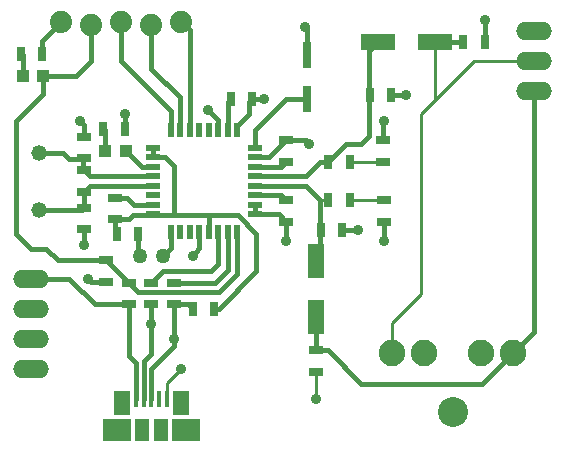
<source format=gtl>
G04 #@! TF.FileFunction,Copper,L1,Top,Signal*
%FSLAX46Y46*%
G04 Gerber Fmt 4.6, Leading zero omitted, Abs format (unit mm)*
G04 Created by KiCad (PCBNEW 4.0.5) date Saturday, 25 March 2017 'PMt' 19:04:54*
%MOMM*%
%LPD*%
G01*
G04 APERTURE LIST*
%ADD10C,0.100000*%
%ADD11C,1.270000*%
%ADD12R,0.797560X1.198880*%
%ADD13R,0.647700X2.199640*%
%ADD14R,1.198880X0.797560*%
%ADD15R,1.399540X2.999740*%
%ADD16R,2.999740X1.399540*%
%ADD17R,0.449580X1.379220*%
%ADD18R,1.473200X2.098040*%
%ADD19R,2.374900X1.899920*%
%ADD20R,1.173480X1.899920*%
%ADD21C,1.879600*%
%ADD22R,0.998220X0.998220*%
%ADD23C,1.320800*%
%ADD24O,3.048000X1.524000*%
%ADD25R,0.558800X1.270000*%
%ADD26R,1.270000X0.558800*%
%ADD27C,2.540000*%
%ADD28C,2.247900*%
%ADD29C,0.904800*%
%ADD30C,0.889000*%
%ADD31C,0.406400*%
%ADD32C,0.254000*%
G04 APERTURE END LIST*
D10*
D11*
X162288220Y-78105000D03*
X160291780Y-78105000D03*
D12*
X169809160Y-64770000D03*
X168010840Y-64770000D03*
D13*
X174426880Y-64764920D03*
X174426880Y-61066680D03*
D14*
X172720000Y-68315840D03*
X172720000Y-70114160D03*
X155575000Y-69796660D03*
X155575000Y-67998340D03*
X155575000Y-74030840D03*
X155575000Y-75829160D03*
D12*
X176265840Y-73342500D03*
X178064160Y-73342500D03*
D14*
X172720000Y-73395840D03*
X172720000Y-75194160D03*
D12*
X176265840Y-70167500D03*
X178064160Y-70167500D03*
X158358840Y-76200000D03*
X160157160Y-76200000D03*
D15*
X175260000Y-78501240D03*
X175260000Y-83296760D03*
D16*
X180482240Y-59944000D03*
X185277760Y-59944000D03*
D14*
X157480000Y-78475840D03*
X157480000Y-80274160D03*
D17*
X159992060Y-90170000D03*
X160642300Y-90170000D03*
X161290000Y-90170000D03*
X161937700Y-90170000D03*
X162587940Y-90170000D03*
D18*
X158828740Y-90528140D03*
X163751260Y-90528140D03*
D19*
X158379160Y-92829380D03*
D20*
X160472120Y-92829380D03*
X162138360Y-92829380D03*
D19*
X164200840Y-92829380D03*
D21*
X153670000Y-58293000D03*
X156210000Y-58547000D03*
X158750000Y-58293000D03*
X161290000Y-58547000D03*
X163830000Y-58293000D03*
D14*
X159385000Y-80380840D03*
X159385000Y-82179160D03*
D22*
X152133300Y-62865000D03*
X150380700Y-62865000D03*
X159118300Y-69215000D03*
X157365700Y-69215000D03*
D23*
X151765000Y-69342000D03*
X151765000Y-74168000D03*
D14*
X155575000Y-70855840D03*
X155575000Y-72654160D03*
X180975000Y-75194160D03*
X180975000Y-73395840D03*
X158242000Y-75003660D03*
X158242000Y-73205340D03*
X180911500Y-68315840D03*
X180911500Y-70114160D03*
D12*
X177429160Y-75882500D03*
X175630840Y-75882500D03*
X181556660Y-64452500D03*
X179758340Y-64452500D03*
D14*
X161290000Y-80380840D03*
X161290000Y-82179160D03*
X175260000Y-87894160D03*
X175260000Y-86095840D03*
X163195000Y-80380840D03*
X163195000Y-82179160D03*
D12*
X189494160Y-60007500D03*
X187695840Y-60007500D03*
X164772340Y-82550000D03*
X166570660Y-82550000D03*
X152029160Y-60960000D03*
X150230840Y-60960000D03*
X159014160Y-67310000D03*
X157215840Y-67310000D03*
D24*
X151130000Y-80010000D03*
X151130000Y-82550000D03*
X151130000Y-85090000D03*
X151130000Y-87630000D03*
D25*
X168534080Y-67462400D03*
X167733980Y-67462400D03*
X166933880Y-67462400D03*
X166133780Y-67462400D03*
X165336220Y-67462400D03*
X164536120Y-67462400D03*
X163736020Y-67462400D03*
X162935920Y-67462400D03*
D26*
X161442400Y-68955920D03*
X161442400Y-69756020D03*
X161442400Y-70556120D03*
X161442400Y-71356220D03*
X161442400Y-72153780D03*
X161442400Y-72953880D03*
X161442400Y-73753980D03*
X161442400Y-74554080D03*
D25*
X162935920Y-76045060D03*
X163736020Y-76045060D03*
X164536120Y-76045060D03*
X165336220Y-76045060D03*
X166133780Y-76045060D03*
X166933880Y-76045060D03*
X167733980Y-76045060D03*
X168534080Y-76045060D03*
D26*
X170025060Y-74554080D03*
X170025060Y-73753980D03*
X170025060Y-72953880D03*
X170025060Y-72153780D03*
X170025060Y-71356220D03*
X170025060Y-70556120D03*
X170025060Y-69756020D03*
X170025060Y-68955920D03*
D24*
X193675000Y-59055000D03*
X193675000Y-61595000D03*
X193675000Y-64135000D03*
D27*
X186789060Y-91282520D03*
D28*
X181691280Y-86281260D03*
X184391300Y-86281260D03*
X189189360Y-86281260D03*
X191889380Y-86281260D03*
D29*
X163195000Y-85090000D03*
D30*
X175260000Y-90170000D03*
D29*
X172720000Y-76835000D03*
X174625000Y-68580000D03*
X180975000Y-66675000D03*
X180975000Y-76835000D03*
X178752500Y-75882500D03*
X182880000Y-64452500D03*
X189547500Y-58102500D03*
D30*
X163830000Y-87630000D03*
D29*
X164782500Y-78105000D03*
X166052500Y-65722500D03*
X170815000Y-64770000D03*
X159067500Y-66040000D03*
X155892500Y-80010000D03*
X155575000Y-77152500D03*
X155257500Y-66675000D03*
X174307500Y-58737500D03*
X161290000Y-83820000D03*
D31*
X161442400Y-70555000D02*
X160459000Y-70555000D01*
X160459000Y-70555000D02*
X159119000Y-69215000D01*
X163195000Y-82180000D02*
X164401500Y-82180000D01*
X164401500Y-82180000D02*
X164771500Y-82550000D01*
X161290000Y-90170000D02*
X161290000Y-87630000D01*
X161290000Y-87630000D02*
X163195000Y-85725000D01*
X163195000Y-85725000D02*
X163195000Y-85090000D01*
X163195000Y-85090000D02*
X163195000Y-82180000D01*
X164535000Y-67462400D02*
X164535000Y-58998000D01*
X164535000Y-58998000D02*
X163830000Y-58293000D01*
X166935000Y-76047600D02*
X166935000Y-78810000D01*
X166935000Y-78810000D02*
X166370000Y-79375000D01*
X166370000Y-79375000D02*
X162295000Y-79375000D01*
X162295000Y-79375000D02*
X161290000Y-80380000D01*
X170027600Y-70555000D02*
X172280000Y-70555000D01*
X172280000Y-70555000D02*
X172720000Y-70115000D01*
X150380000Y-62865000D02*
X150380000Y-61110000D01*
X150380000Y-61110000D02*
X150230000Y-60960000D01*
X161442400Y-73755000D02*
X159797500Y-73755000D01*
X159797500Y-73755000D02*
X159247000Y-73204500D01*
X158242000Y-73204500D02*
X159247000Y-73204500D01*
X170027600Y-72955000D02*
X172280000Y-72955000D01*
X172280000Y-72955000D02*
X172720000Y-73395000D01*
D32*
X180911500Y-70114160D02*
X178117500Y-70114160D01*
X178117500Y-70114160D02*
X178064160Y-70167500D01*
D31*
X180859000Y-70167500D02*
X180911500Y-70115000D01*
D32*
X178064160Y-73342500D02*
X180921660Y-73342500D01*
X180921660Y-73342500D02*
X180975000Y-73395840D01*
D31*
X180922500Y-73342500D02*
X180975000Y-73395000D01*
X167735000Y-67462400D02*
X167735000Y-65045000D01*
X167735000Y-65045000D02*
X168010000Y-64770000D01*
X170027600Y-71355000D02*
X174377500Y-71355000D01*
X174377500Y-71355000D02*
X175565000Y-70167500D01*
X175565000Y-70167500D02*
X176212500Y-70167500D01*
X176212500Y-70167500D02*
X177800000Y-68580000D01*
X177800000Y-68580000D02*
X179070000Y-68580000D01*
X179070000Y-68580000D02*
X179705000Y-67945000D01*
X179705000Y-67945000D02*
X179705000Y-64135000D01*
X179757500Y-64452500D02*
X179757500Y-64187500D01*
X179757500Y-64187500D02*
X179705000Y-64135000D01*
X179705000Y-64135000D02*
X179705000Y-60719000D01*
X179705000Y-60719000D02*
X180480000Y-59944000D01*
X157365000Y-69215000D02*
X157365000Y-67460000D01*
X157365000Y-67460000D02*
X157215000Y-67310000D01*
D32*
X175565000Y-73342500D02*
X176265840Y-73342500D01*
D31*
X170027600Y-72155000D02*
X174377500Y-72155000D01*
X174377500Y-72155000D02*
X175565000Y-73342500D01*
X175565000Y-73342500D02*
X175565000Y-76200000D01*
X175565000Y-76200000D02*
X175565000Y-78194000D01*
X175565000Y-78194000D02*
X175260000Y-78499000D01*
X175630000Y-75882500D02*
X175630000Y-76135000D01*
X175630000Y-76135000D02*
X175565000Y-76200000D01*
X163735000Y-67462400D02*
X163735000Y-64675000D01*
X163735000Y-64675000D02*
X161290000Y-62230000D01*
X161290000Y-62230000D02*
X161290000Y-58547000D01*
X170027600Y-68955000D02*
X170027600Y-67462400D01*
X170027600Y-67462400D02*
X172720000Y-64770000D01*
X172720000Y-64770000D02*
X174420000Y-64770000D01*
X174420000Y-64770000D02*
X174425000Y-64765000D01*
X162935000Y-67462400D02*
X162935000Y-65780000D01*
X162935000Y-65780000D02*
X158750000Y-61595000D01*
X158750000Y-61595000D02*
X158750000Y-58293000D01*
X162935000Y-76047600D02*
X162935000Y-77460000D01*
X162935000Y-77460000D02*
X162290000Y-78105000D01*
X151765000Y-69342000D02*
X153797000Y-69342000D01*
X153797000Y-69342000D02*
X154305000Y-69850000D01*
X154305000Y-69850000D02*
X155522500Y-69850000D01*
X155522500Y-69850000D02*
X155575000Y-69797500D01*
X161442400Y-71355000D02*
X156075000Y-71355000D01*
X156075000Y-71355000D02*
X155575000Y-70855000D01*
X155522500Y-69850000D02*
X155522500Y-70802500D01*
X155522500Y-70802500D02*
X155575000Y-70855000D01*
X161442400Y-72155000D02*
X156075000Y-72155000D01*
X156075000Y-72155000D02*
X155575000Y-72655000D01*
X155575000Y-72655000D02*
X155575000Y-74030000D01*
X151765000Y-74168000D02*
X155437000Y-74168000D01*
X155437000Y-74168000D02*
X155575000Y-74030000D01*
X163195000Y-80380000D02*
X166635000Y-80380000D01*
X166635000Y-80380000D02*
X167735000Y-79280000D01*
X167735000Y-76047600D02*
X167735000Y-79280000D01*
X159385000Y-82180000D02*
X159385000Y-86563000D01*
X159385000Y-82180000D02*
X156475000Y-82180000D01*
X156475000Y-82180000D02*
X154305000Y-80010000D01*
X154305000Y-80010000D02*
X151130000Y-80010000D01*
X159990000Y-90170000D02*
X159990000Y-87168000D01*
X159990000Y-87168000D02*
X159385000Y-86563000D01*
X159385000Y-80380000D02*
X157480000Y-78475000D01*
X152134000Y-62865000D02*
X154940000Y-62865000D01*
X154940000Y-62865000D02*
X156210000Y-61595000D01*
X156210000Y-61595000D02*
X156210000Y-58547000D01*
X168535000Y-76047600D02*
X168535000Y-79635000D01*
X157480000Y-78475000D02*
X153405000Y-78475000D01*
X153405000Y-78475000D02*
X152400000Y-77470000D01*
X152400000Y-77470000D02*
X151130000Y-77470000D01*
X151130000Y-77470000D02*
X149860000Y-76200000D01*
X149860000Y-76200000D02*
X149860000Y-66675000D01*
X149860000Y-66675000D02*
X152134000Y-64401000D01*
X152134000Y-62865000D02*
X152134000Y-64401000D01*
X167005000Y-81165000D02*
X168535000Y-79635000D01*
X167005000Y-81165000D02*
X160170000Y-81165000D01*
X160170000Y-81165000D02*
X159385000Y-80380000D01*
D32*
X175260000Y-90170000D02*
X175260000Y-87894160D01*
D31*
X172720000Y-75195000D02*
X172720000Y-76835000D01*
X172720000Y-68315000D02*
X174360000Y-68315000D01*
X170027600Y-69755000D02*
X171280000Y-69755000D01*
X171280000Y-69755000D02*
X172720000Y-68315000D01*
X170027600Y-73755000D02*
X170027600Y-74555000D01*
X170027600Y-74555000D02*
X172080000Y-74555000D01*
X172080000Y-74555000D02*
X172720000Y-75195000D01*
X174360000Y-68315000D02*
X174625000Y-68580000D01*
X177430000Y-75882500D02*
X178752500Y-75882500D01*
X180975000Y-75195000D02*
X180975000Y-76835000D01*
X180911500Y-68315000D02*
X180911500Y-66738500D01*
X180911500Y-66738500D02*
X180975000Y-66675000D01*
X181557500Y-64452500D02*
X182880000Y-64452500D01*
X189495000Y-60007500D02*
X189495000Y-58155000D01*
X189495000Y-58155000D02*
X189547500Y-58102500D01*
D32*
X162590000Y-90170000D02*
X162590000Y-88870000D01*
X162590000Y-88870000D02*
X163830000Y-87630000D01*
D31*
X166935000Y-67462400D02*
X166935000Y-66605000D01*
X166935000Y-66605000D02*
X166052500Y-65722500D01*
X168535000Y-67462400D02*
X168535000Y-67050000D01*
X168535000Y-67050000D02*
X169545000Y-66040000D01*
X169545000Y-66040000D02*
X169545000Y-65035000D01*
X169545000Y-65035000D02*
X169810000Y-64770000D01*
X170815000Y-64770000D02*
X169810000Y-64770000D01*
X165335000Y-76047600D02*
X165335000Y-77387500D01*
X165335000Y-77387500D02*
X164782500Y-78105000D01*
X159015000Y-67310000D02*
X159015000Y-66092500D01*
X159015000Y-66092500D02*
X159067500Y-66040000D01*
X155575000Y-67997500D02*
X155575000Y-66992500D01*
X155575000Y-66992500D02*
X155257500Y-66675000D01*
X155575000Y-75830000D02*
X155575000Y-77152500D01*
X174425000Y-61065000D02*
X174425000Y-58855000D01*
X174425000Y-58855000D02*
X174307500Y-58737500D01*
X152030000Y-60960000D02*
X152030000Y-59933000D01*
X152030000Y-59933000D02*
X153670000Y-58293000D01*
X157480000Y-80275000D02*
X156157500Y-80275000D01*
X156157500Y-80275000D02*
X155892500Y-80010000D01*
X160158000Y-76200000D02*
X160158000Y-77973000D01*
X160158000Y-77973000D02*
X160290000Y-78105000D01*
X175260000Y-83299000D02*
X175260000Y-86095000D01*
X175260000Y-86095000D02*
X176265000Y-86095000D01*
X176265000Y-86095000D02*
X179070000Y-88900000D01*
X179070000Y-88900000D02*
X189270000Y-88900000D01*
X193675000Y-84495000D02*
X191890000Y-86280000D01*
X189270000Y-88900000D02*
X191890000Y-86280000D01*
X193675000Y-64135000D02*
X193675000Y-84495000D01*
X187631500Y-59944000D02*
X187695000Y-60007500D01*
D32*
X185280000Y-59944000D02*
X185280000Y-64910000D01*
X185280000Y-64910000D02*
X185420000Y-64770000D01*
D31*
X185280000Y-59944000D02*
X187631500Y-59944000D01*
D32*
X193675000Y-61595000D02*
X188595000Y-61595000D01*
X188595000Y-61595000D02*
X185420000Y-64770000D01*
X181690000Y-83740000D02*
X181690000Y-86280000D01*
X185420000Y-64770000D02*
X184150000Y-66040000D01*
X184150000Y-66040000D02*
X184150000Y-81280000D01*
X184150000Y-81280000D02*
X181690000Y-83740000D01*
D31*
X161442400Y-68955000D02*
X161442400Y-69755000D01*
X166135000Y-76047600D02*
X166135000Y-74695000D01*
X166135000Y-74695000D02*
X166052500Y-74612500D01*
X166052500Y-74612500D02*
X163195000Y-74612500D01*
X163195000Y-74612500D02*
X161499900Y-74612500D01*
X161499900Y-74612500D02*
X161442400Y-74555000D01*
X161499900Y-74612500D02*
X159702500Y-74612500D01*
X166571500Y-82550000D02*
X167005000Y-82550000D01*
X167005000Y-82550000D02*
X170180000Y-79375000D01*
X170180000Y-79375000D02*
X170180000Y-76200000D01*
X170180000Y-76200000D02*
X168592500Y-74612500D01*
X168592500Y-74612500D02*
X166052500Y-74612500D01*
X161442400Y-69755000D02*
X162465000Y-69755000D01*
X162465000Y-69755000D02*
X163195000Y-70485000D01*
X163195000Y-70485000D02*
X163195000Y-74612500D01*
X158242000Y-75004500D02*
X158242000Y-76084000D01*
X158242000Y-76084000D02*
X158358000Y-76200000D01*
X159702500Y-74612500D02*
X159385000Y-74930000D01*
X159385000Y-74930000D02*
X158316500Y-74930000D01*
X158316500Y-74930000D02*
X158242000Y-75004500D01*
X161290000Y-82180000D02*
X161290000Y-83820000D01*
X161290000Y-83820000D02*
X161290000Y-86360000D01*
X161290000Y-86360000D02*
X160655000Y-86995000D01*
X160655000Y-86995000D02*
X160655000Y-90155000D01*
X160655000Y-90155000D02*
X160640000Y-90170000D01*
M02*

</source>
